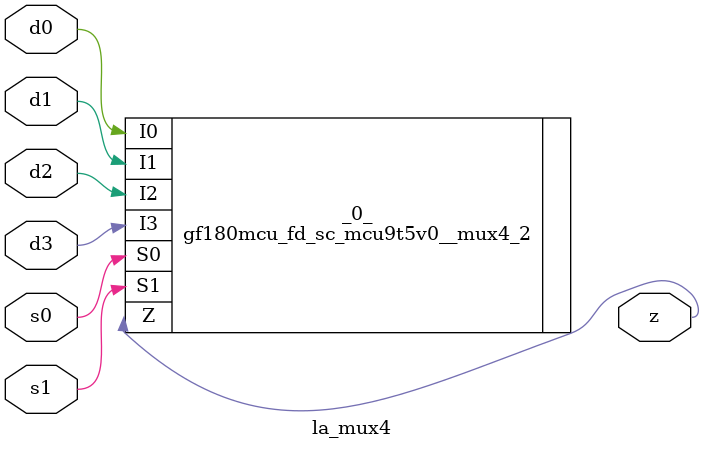
<source format=v>

/* Generated by Yosys 0.44 (git sha1 80ba43d26, g++ 11.4.0-1ubuntu1~22.04 -fPIC -O3) */

(* top =  1  *)
(* src = "generated" *)
module la_mux4 (
    d0,
    d1,
    d2,
    d3,
    s0,
    s1,
    z
);
  (* src = "generated" *)
  input d0;
  wire d0;
  (* src = "generated" *)
  input d1;
  wire d1;
  (* src = "generated" *)
  input d2;
  wire d2;
  (* src = "generated" *)
  input d3;
  wire d3;
  (* src = "generated" *)
  input s0;
  wire s0;
  (* src = "generated" *)
  input s1;
  wire s1;
  (* src = "generated" *)
  output z;
  wire z;
  gf180mcu_fd_sc_mcu9t5v0__mux4_2 _0_ (
      .I0(d0),
      .I1(d1),
      .I2(d2),
      .I3(d3),
      .S0(s0),
      .S1(s1),
      .Z (z)
  );
endmodule

</source>
